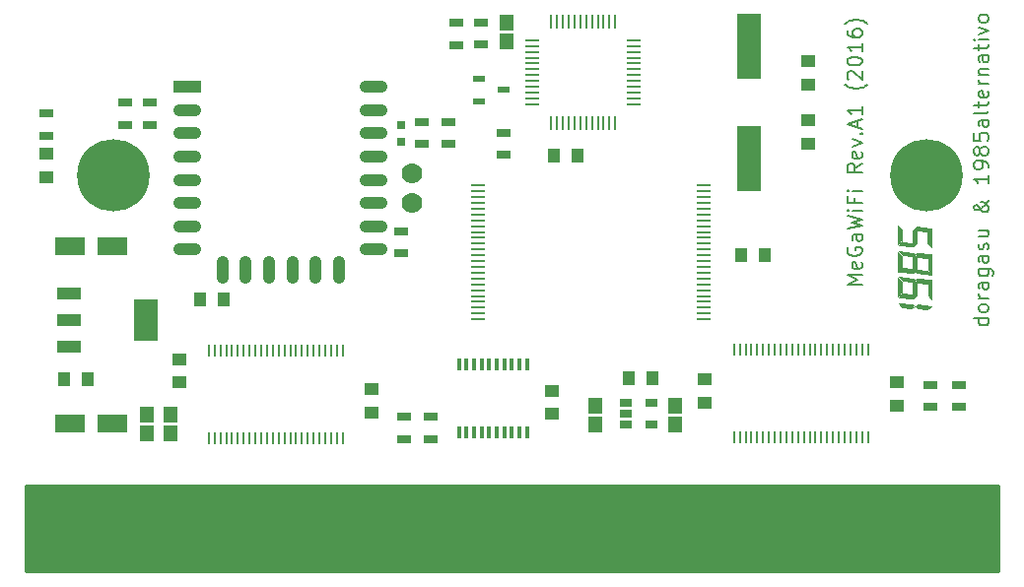
<source format=gbr>
G04 #@! TF.GenerationSoftware,KiCad,Pcbnew,(2017-02-04 revision 9a6e5734b)-master*
G04 #@! TF.CreationDate,2017-03-24T17:30:25+01:00*
G04 #@! TF.ProjectId,mega-wifi,6D6567612D776966692E6B696361645F,A1*
G04 #@! TF.FileFunction,Soldermask,Top*
G04 #@! TF.FilePolarity,Negative*
%FSLAX46Y46*%
G04 Gerber Fmt 4.6, Leading zero omitted, Abs format (unit mm)*
G04 Created by KiCad (PCBNEW (2017-02-04 revision 9a6e5734b)-master) date Fri Mar 24 17:30:25 2017*
%MOMM*%
%LPD*%
G01*
G04 APERTURE LIST*
%ADD10C,0.100000*%
%ADD11C,0.203200*%
%ADD12C,0.010000*%
%ADD13R,1.300000X0.700000*%
%ADD14R,1.250000X1.000000*%
%ADD15R,1.270000X0.279400*%
%ADD16R,1.000000X1.250000*%
%ADD17R,0.285000X1.000000*%
%ADD18R,0.400000X1.000000*%
%ADD19C,6.223000*%
%ADD20R,0.797560X0.797560*%
%ADD21R,1.000760X0.599440*%
%ADD22R,2.032000X3.657600*%
%ADD23R,2.032000X1.016000*%
%ADD24R,1.300000X0.250000*%
%ADD25R,0.250000X1.300000*%
%ADD26O,1.100000X2.400000*%
%ADD27R,2.400000X1.100000*%
%ADD28O,2.400000X1.100000*%
%ADD29R,2.100580X5.600700*%
%ADD30R,2.600960X1.600200*%
%ADD31R,1.778000X6.985000*%
%ADD32R,1.060000X0.650000*%
%ADD33R,1.250000X1.380000*%
%ADD34C,1.778000*%
%ADD35C,0.254000*%
G04 APERTURE END LIST*
D10*
D11*
X186959723Y-108416876D02*
X185689723Y-108416876D01*
X186899247Y-108416876D02*
X186959723Y-108537828D01*
X186959723Y-108779733D01*
X186899247Y-108900685D01*
X186838771Y-108961161D01*
X186717819Y-109021638D01*
X186354961Y-109021638D01*
X186234009Y-108961161D01*
X186173533Y-108900685D01*
X186113057Y-108779733D01*
X186113057Y-108537828D01*
X186173533Y-108416876D01*
X186959723Y-107630685D02*
X186899247Y-107751638D01*
X186838771Y-107812114D01*
X186717819Y-107872590D01*
X186354961Y-107872590D01*
X186234009Y-107812114D01*
X186173533Y-107751638D01*
X186113057Y-107630685D01*
X186113057Y-107449257D01*
X186173533Y-107328304D01*
X186234009Y-107267828D01*
X186354961Y-107207352D01*
X186717819Y-107207352D01*
X186838771Y-107267828D01*
X186899247Y-107328304D01*
X186959723Y-107449257D01*
X186959723Y-107630685D01*
X186959723Y-106663066D02*
X186113057Y-106663066D01*
X186354961Y-106663066D02*
X186234009Y-106602590D01*
X186173533Y-106542114D01*
X186113057Y-106421161D01*
X186113057Y-106300209D01*
X186959723Y-105332590D02*
X186294485Y-105332590D01*
X186173533Y-105393066D01*
X186113057Y-105514019D01*
X186113057Y-105755923D01*
X186173533Y-105876876D01*
X186899247Y-105332590D02*
X186959723Y-105453542D01*
X186959723Y-105755923D01*
X186899247Y-105876876D01*
X186778295Y-105937352D01*
X186657342Y-105937352D01*
X186536390Y-105876876D01*
X186475914Y-105755923D01*
X186475914Y-105453542D01*
X186415438Y-105332590D01*
X186113057Y-104183542D02*
X187141152Y-104183542D01*
X187262104Y-104244019D01*
X187322580Y-104304495D01*
X187383057Y-104425447D01*
X187383057Y-104606876D01*
X187322580Y-104727828D01*
X186899247Y-104183542D02*
X186959723Y-104304495D01*
X186959723Y-104546400D01*
X186899247Y-104667352D01*
X186838771Y-104727828D01*
X186717819Y-104788304D01*
X186354961Y-104788304D01*
X186234009Y-104727828D01*
X186173533Y-104667352D01*
X186113057Y-104546400D01*
X186113057Y-104304495D01*
X186173533Y-104183542D01*
X186959723Y-103034495D02*
X186294485Y-103034495D01*
X186173533Y-103094971D01*
X186113057Y-103215923D01*
X186113057Y-103457828D01*
X186173533Y-103578780D01*
X186899247Y-103034495D02*
X186959723Y-103155447D01*
X186959723Y-103457828D01*
X186899247Y-103578780D01*
X186778295Y-103639257D01*
X186657342Y-103639257D01*
X186536390Y-103578780D01*
X186475914Y-103457828D01*
X186475914Y-103155447D01*
X186415438Y-103034495D01*
X186899247Y-102490209D02*
X186959723Y-102369257D01*
X186959723Y-102127352D01*
X186899247Y-102006400D01*
X186778295Y-101945923D01*
X186717819Y-101945923D01*
X186596866Y-102006400D01*
X186536390Y-102127352D01*
X186536390Y-102308780D01*
X186475914Y-102429733D01*
X186354961Y-102490209D01*
X186294485Y-102490209D01*
X186173533Y-102429733D01*
X186113057Y-102308780D01*
X186113057Y-102127352D01*
X186173533Y-102006400D01*
X186113057Y-100857352D02*
X186959723Y-100857352D01*
X186113057Y-101401638D02*
X186778295Y-101401638D01*
X186899247Y-101341161D01*
X186959723Y-101220209D01*
X186959723Y-101038780D01*
X186899247Y-100917828D01*
X186838771Y-100857352D01*
X186959723Y-98256876D02*
X186959723Y-98317352D01*
X186899247Y-98438304D01*
X186717819Y-98619733D01*
X186354961Y-98922114D01*
X186173533Y-99043066D01*
X185992104Y-99103542D01*
X185871152Y-99103542D01*
X185750200Y-99043066D01*
X185689723Y-98922114D01*
X185689723Y-98861638D01*
X185750200Y-98740685D01*
X185871152Y-98680209D01*
X185931628Y-98680209D01*
X186052580Y-98740685D01*
X186113057Y-98801161D01*
X186354961Y-99164019D01*
X186415438Y-99224495D01*
X186536390Y-99284971D01*
X186717819Y-99284971D01*
X186838771Y-99224495D01*
X186899247Y-99164019D01*
X186959723Y-99043066D01*
X186959723Y-98861638D01*
X186899247Y-98740685D01*
X186838771Y-98680209D01*
X186596866Y-98498780D01*
X186415438Y-98438304D01*
X186294485Y-98438304D01*
X186959723Y-96079733D02*
X186959723Y-96805447D01*
X186959723Y-96442590D02*
X185689723Y-96442590D01*
X185871152Y-96563542D01*
X185992104Y-96684495D01*
X186052580Y-96805447D01*
X186959723Y-95474971D02*
X186959723Y-95233066D01*
X186899247Y-95112114D01*
X186838771Y-95051638D01*
X186657342Y-94930685D01*
X186415438Y-94870209D01*
X185931628Y-94870209D01*
X185810676Y-94930685D01*
X185750200Y-94991161D01*
X185689723Y-95112114D01*
X185689723Y-95354019D01*
X185750200Y-95474971D01*
X185810676Y-95535447D01*
X185931628Y-95595923D01*
X186234009Y-95595923D01*
X186354961Y-95535447D01*
X186415438Y-95474971D01*
X186475914Y-95354019D01*
X186475914Y-95112114D01*
X186415438Y-94991161D01*
X186354961Y-94930685D01*
X186234009Y-94870209D01*
X186234009Y-94144495D02*
X186173533Y-94265447D01*
X186113057Y-94325923D01*
X185992104Y-94386400D01*
X185931628Y-94386400D01*
X185810676Y-94325923D01*
X185750200Y-94265447D01*
X185689723Y-94144495D01*
X185689723Y-93902590D01*
X185750200Y-93781638D01*
X185810676Y-93721161D01*
X185931628Y-93660685D01*
X185992104Y-93660685D01*
X186113057Y-93721161D01*
X186173533Y-93781638D01*
X186234009Y-93902590D01*
X186234009Y-94144495D01*
X186294485Y-94265447D01*
X186354961Y-94325923D01*
X186475914Y-94386400D01*
X186717819Y-94386400D01*
X186838771Y-94325923D01*
X186899247Y-94265447D01*
X186959723Y-94144495D01*
X186959723Y-93902590D01*
X186899247Y-93781638D01*
X186838771Y-93721161D01*
X186717819Y-93660685D01*
X186475914Y-93660685D01*
X186354961Y-93721161D01*
X186294485Y-93781638D01*
X186234009Y-93902590D01*
X185689723Y-92511638D02*
X185689723Y-93116400D01*
X186294485Y-93176876D01*
X186234009Y-93116400D01*
X186173533Y-92995447D01*
X186173533Y-92693066D01*
X186234009Y-92572114D01*
X186294485Y-92511638D01*
X186415438Y-92451161D01*
X186717819Y-92451161D01*
X186838771Y-92511638D01*
X186899247Y-92572114D01*
X186959723Y-92693066D01*
X186959723Y-92995447D01*
X186899247Y-93116400D01*
X186838771Y-93176876D01*
X186959723Y-91362590D02*
X186294485Y-91362590D01*
X186173533Y-91423066D01*
X186113057Y-91544019D01*
X186113057Y-91785923D01*
X186173533Y-91906876D01*
X186899247Y-91362590D02*
X186959723Y-91483542D01*
X186959723Y-91785923D01*
X186899247Y-91906876D01*
X186778295Y-91967352D01*
X186657342Y-91967352D01*
X186536390Y-91906876D01*
X186475914Y-91785923D01*
X186475914Y-91483542D01*
X186415438Y-91362590D01*
X186959723Y-90576400D02*
X186899247Y-90697352D01*
X186778295Y-90757828D01*
X185689723Y-90757828D01*
X186113057Y-90274019D02*
X186113057Y-89790209D01*
X185689723Y-90092590D02*
X186778295Y-90092590D01*
X186899247Y-90032114D01*
X186959723Y-89911161D01*
X186959723Y-89790209D01*
X186899247Y-88883066D02*
X186959723Y-89004019D01*
X186959723Y-89245923D01*
X186899247Y-89366876D01*
X186778295Y-89427352D01*
X186294485Y-89427352D01*
X186173533Y-89366876D01*
X186113057Y-89245923D01*
X186113057Y-89004019D01*
X186173533Y-88883066D01*
X186294485Y-88822590D01*
X186415438Y-88822590D01*
X186536390Y-89427352D01*
X186959723Y-88278304D02*
X186113057Y-88278304D01*
X186354961Y-88278304D02*
X186234009Y-88217828D01*
X186173533Y-88157352D01*
X186113057Y-88036400D01*
X186113057Y-87915447D01*
X186113057Y-87492114D02*
X186959723Y-87492114D01*
X186234009Y-87492114D02*
X186173533Y-87431638D01*
X186113057Y-87310685D01*
X186113057Y-87129257D01*
X186173533Y-87008304D01*
X186294485Y-86947828D01*
X186959723Y-86947828D01*
X186959723Y-85798780D02*
X186294485Y-85798780D01*
X186173533Y-85859257D01*
X186113057Y-85980209D01*
X186113057Y-86222114D01*
X186173533Y-86343066D01*
X186899247Y-85798780D02*
X186959723Y-85919733D01*
X186959723Y-86222114D01*
X186899247Y-86343066D01*
X186778295Y-86403542D01*
X186657342Y-86403542D01*
X186536390Y-86343066D01*
X186475914Y-86222114D01*
X186475914Y-85919733D01*
X186415438Y-85798780D01*
X186113057Y-85375447D02*
X186113057Y-84891638D01*
X185689723Y-85194019D02*
X186778295Y-85194019D01*
X186899247Y-85133542D01*
X186959723Y-85012590D01*
X186959723Y-84891638D01*
X186959723Y-84468304D02*
X186113057Y-84468304D01*
X185689723Y-84468304D02*
X185750200Y-84528780D01*
X185810676Y-84468304D01*
X185750200Y-84407828D01*
X185689723Y-84468304D01*
X185810676Y-84468304D01*
X186113057Y-83984495D02*
X186959723Y-83682114D01*
X186113057Y-83379733D01*
X186959723Y-82714495D02*
X186899247Y-82835447D01*
X186838771Y-82895923D01*
X186717819Y-82956400D01*
X186354961Y-82956400D01*
X186234009Y-82895923D01*
X186173533Y-82835447D01*
X186113057Y-82714495D01*
X186113057Y-82533066D01*
X186173533Y-82412114D01*
X186234009Y-82351638D01*
X186354961Y-82291161D01*
X186717819Y-82291161D01*
X186838771Y-82351638D01*
X186899247Y-82412114D01*
X186959723Y-82533066D01*
X186959723Y-82714495D01*
X176088523Y-105532161D02*
X174818523Y-105532161D01*
X175725666Y-105108828D01*
X174818523Y-104685495D01*
X176088523Y-104685495D01*
X176028047Y-103596923D02*
X176088523Y-103717876D01*
X176088523Y-103959780D01*
X176028047Y-104080733D01*
X175907095Y-104141209D01*
X175423285Y-104141209D01*
X175302333Y-104080733D01*
X175241857Y-103959780D01*
X175241857Y-103717876D01*
X175302333Y-103596923D01*
X175423285Y-103536447D01*
X175544238Y-103536447D01*
X175665190Y-104141209D01*
X174879000Y-102326923D02*
X174818523Y-102447876D01*
X174818523Y-102629304D01*
X174879000Y-102810733D01*
X174999952Y-102931685D01*
X175120904Y-102992161D01*
X175362809Y-103052638D01*
X175544238Y-103052638D01*
X175786142Y-102992161D01*
X175907095Y-102931685D01*
X176028047Y-102810733D01*
X176088523Y-102629304D01*
X176088523Y-102508352D01*
X176028047Y-102326923D01*
X175967571Y-102266447D01*
X175544238Y-102266447D01*
X175544238Y-102508352D01*
X176088523Y-101177876D02*
X175423285Y-101177876D01*
X175302333Y-101238352D01*
X175241857Y-101359304D01*
X175241857Y-101601209D01*
X175302333Y-101722161D01*
X176028047Y-101177876D02*
X176088523Y-101298828D01*
X176088523Y-101601209D01*
X176028047Y-101722161D01*
X175907095Y-101782638D01*
X175786142Y-101782638D01*
X175665190Y-101722161D01*
X175604714Y-101601209D01*
X175604714Y-101298828D01*
X175544238Y-101177876D01*
X174818523Y-100694066D02*
X176088523Y-100391685D01*
X175181380Y-100149780D01*
X176088523Y-99907876D01*
X174818523Y-99605495D01*
X176088523Y-99121685D02*
X175241857Y-99121685D01*
X174818523Y-99121685D02*
X174879000Y-99182161D01*
X174939476Y-99121685D01*
X174879000Y-99061209D01*
X174818523Y-99121685D01*
X174939476Y-99121685D01*
X175423285Y-98093590D02*
X175423285Y-98516923D01*
X176088523Y-98516923D02*
X174818523Y-98516923D01*
X174818523Y-97912161D01*
X176088523Y-97428352D02*
X175241857Y-97428352D01*
X174818523Y-97428352D02*
X174879000Y-97488828D01*
X174939476Y-97428352D01*
X174879000Y-97367876D01*
X174818523Y-97428352D01*
X174939476Y-97428352D01*
X176088523Y-95130257D02*
X175483761Y-95553590D01*
X176088523Y-95855971D02*
X174818523Y-95855971D01*
X174818523Y-95372161D01*
X174879000Y-95251209D01*
X174939476Y-95190733D01*
X175060428Y-95130257D01*
X175241857Y-95130257D01*
X175362809Y-95190733D01*
X175423285Y-95251209D01*
X175483761Y-95372161D01*
X175483761Y-95855971D01*
X176028047Y-94102161D02*
X176088523Y-94223114D01*
X176088523Y-94465019D01*
X176028047Y-94585971D01*
X175907095Y-94646447D01*
X175423285Y-94646447D01*
X175302333Y-94585971D01*
X175241857Y-94465019D01*
X175241857Y-94223114D01*
X175302333Y-94102161D01*
X175423285Y-94041685D01*
X175544238Y-94041685D01*
X175665190Y-94646447D01*
X175241857Y-93618352D02*
X176088523Y-93315971D01*
X175241857Y-93013590D01*
X175967571Y-92529780D02*
X176028047Y-92469304D01*
X176088523Y-92529780D01*
X176028047Y-92590257D01*
X175967571Y-92529780D01*
X176088523Y-92529780D01*
X175725666Y-91985495D02*
X175725666Y-91380733D01*
X176088523Y-92106447D02*
X174818523Y-91683114D01*
X176088523Y-91259780D01*
X176088523Y-90171209D02*
X176088523Y-90896923D01*
X176088523Y-90534066D02*
X174818523Y-90534066D01*
X174999952Y-90655019D01*
X175120904Y-90775971D01*
X175181380Y-90896923D01*
X176572333Y-88296447D02*
X176511857Y-88356923D01*
X176330428Y-88477876D01*
X176209476Y-88538352D01*
X176028047Y-88598828D01*
X175725666Y-88659304D01*
X175483761Y-88659304D01*
X175181380Y-88598828D01*
X174999952Y-88538352D01*
X174879000Y-88477876D01*
X174697571Y-88356923D01*
X174637095Y-88296447D01*
X174939476Y-87873114D02*
X174879000Y-87812638D01*
X174818523Y-87691685D01*
X174818523Y-87389304D01*
X174879000Y-87268352D01*
X174939476Y-87207876D01*
X175060428Y-87147400D01*
X175181380Y-87147400D01*
X175362809Y-87207876D01*
X176088523Y-87933590D01*
X176088523Y-87147400D01*
X174818523Y-86361209D02*
X174818523Y-86240257D01*
X174879000Y-86119304D01*
X174939476Y-86058828D01*
X175060428Y-85998352D01*
X175302333Y-85937876D01*
X175604714Y-85937876D01*
X175846619Y-85998352D01*
X175967571Y-86058828D01*
X176028047Y-86119304D01*
X176088523Y-86240257D01*
X176088523Y-86361209D01*
X176028047Y-86482161D01*
X175967571Y-86542638D01*
X175846619Y-86603114D01*
X175604714Y-86663590D01*
X175302333Y-86663590D01*
X175060428Y-86603114D01*
X174939476Y-86542638D01*
X174879000Y-86482161D01*
X174818523Y-86361209D01*
X176088523Y-84728352D02*
X176088523Y-85454066D01*
X176088523Y-85091209D02*
X174818523Y-85091209D01*
X174999952Y-85212161D01*
X175120904Y-85333114D01*
X175181380Y-85454066D01*
X174818523Y-83639780D02*
X174818523Y-83881685D01*
X174879000Y-84002638D01*
X174939476Y-84063114D01*
X175120904Y-84184066D01*
X175362809Y-84244542D01*
X175846619Y-84244542D01*
X175967571Y-84184066D01*
X176028047Y-84123590D01*
X176088523Y-84002638D01*
X176088523Y-83760733D01*
X176028047Y-83639780D01*
X175967571Y-83579304D01*
X175846619Y-83518828D01*
X175544238Y-83518828D01*
X175423285Y-83579304D01*
X175362809Y-83639780D01*
X175302333Y-83760733D01*
X175302333Y-84002638D01*
X175362809Y-84123590D01*
X175423285Y-84184066D01*
X175544238Y-84244542D01*
X176572333Y-83095495D02*
X176511857Y-83035019D01*
X176330428Y-82914066D01*
X176209476Y-82853590D01*
X176028047Y-82793114D01*
X175725666Y-82732638D01*
X175483761Y-82732638D01*
X175181380Y-82793114D01*
X174999952Y-82853590D01*
X174879000Y-82914066D01*
X174697571Y-83035019D01*
X174637095Y-83095495D01*
D12*
G36*
X179569340Y-105214020D02*
X179259930Y-104869230D01*
X180472550Y-104979850D01*
X180587990Y-105104260D01*
X180393990Y-105288670D01*
X179569340Y-105214020D01*
X179569340Y-105214020D01*
G37*
X179569340Y-105214020D02*
X179259930Y-104869230D01*
X180472550Y-104979850D01*
X180587990Y-105104260D01*
X180393990Y-105288670D01*
X179569340Y-105214020D01*
G36*
X180385370Y-107517340D02*
X179537010Y-107442850D01*
X179217660Y-107094660D01*
X180466200Y-107204950D01*
X180584970Y-107333310D01*
X180385370Y-107517340D01*
X180385370Y-107517340D01*
G37*
X180385370Y-107517340D02*
X179537010Y-107442850D01*
X179217660Y-107094660D01*
X180466200Y-107204950D01*
X180584970Y-107333310D01*
X180385370Y-107517340D01*
G36*
X180826660Y-107236590D02*
X182070964Y-107345850D01*
X181751846Y-107632960D01*
X180903050Y-107562750D01*
X180703670Y-107346660D01*
X180826660Y-107236590D01*
X180826660Y-107236590D01*
G37*
X180826660Y-107236590D02*
X182070964Y-107345850D01*
X181751846Y-107632960D01*
X180903050Y-107562750D01*
X180703670Y-107346660D01*
X180826660Y-107236590D01*
G36*
X180805670Y-100548550D02*
X181997722Y-100658840D01*
X181692710Y-100941600D01*
X180878960Y-100870590D01*
X180687660Y-100654600D01*
X180805670Y-100548550D01*
X180805670Y-100548550D01*
G37*
X180805670Y-100548550D02*
X181997722Y-100658840D01*
X181692710Y-100941600D01*
X180878960Y-100870590D01*
X180687660Y-100654600D01*
X180805670Y-100548550D01*
G36*
X179211650Y-100415620D02*
X179517860Y-100755090D01*
X179517860Y-101786060D01*
X179211650Y-102074590D01*
X179211650Y-100415620D01*
X179211650Y-100415620D01*
G37*
X179211650Y-100415620D02*
X179517860Y-100755090D01*
X179517860Y-101786060D01*
X179211650Y-102074590D01*
X179211650Y-100415620D01*
G36*
X180471300Y-100844270D02*
X180630370Y-100700230D01*
X180789500Y-100873090D01*
X180789500Y-101947250D01*
X180630370Y-102083100D01*
X180471300Y-101918440D01*
X180471300Y-100844270D01*
X180471300Y-100844270D01*
G37*
X180471300Y-100844270D02*
X180630370Y-100700230D01*
X180789500Y-100873090D01*
X180789500Y-101947250D01*
X180630370Y-102083100D01*
X180471300Y-101918440D01*
X180471300Y-100844270D01*
G36*
X180468260Y-102248460D02*
X179250760Y-102138230D01*
X179561260Y-101851170D01*
X180389590Y-101922020D01*
X180584260Y-102138230D01*
X180468260Y-102248460D01*
X180468260Y-102248460D01*
G37*
X180468260Y-102248460D02*
X179250760Y-102138230D01*
X179561260Y-101851170D01*
X180389590Y-101922020D01*
X180584260Y-102138230D01*
X180468260Y-102248460D01*
G36*
X182065159Y-100706530D02*
X182065159Y-102299350D01*
X181746908Y-101969320D01*
X181746908Y-100979480D01*
X182065159Y-100706530D01*
X182065159Y-100706530D01*
G37*
X182065159Y-100706530D02*
X182065159Y-102299350D01*
X181746908Y-101969320D01*
X181746908Y-100979480D01*
X182065159Y-100706530D01*
G36*
X180811960Y-105006820D02*
X182031468Y-105115980D01*
X181719456Y-105398800D01*
X180886940Y-105328550D01*
X180691410Y-105112670D01*
X180811960Y-105006820D01*
X180811960Y-105006820D01*
G37*
X180811960Y-105006820D02*
X182031468Y-105115980D01*
X181719456Y-105398800D01*
X180886940Y-105328550D01*
X180691410Y-105112670D01*
X180811960Y-105006820D01*
G36*
X179206330Y-104923490D02*
X179515620Y-105252310D01*
X179515620Y-106251230D01*
X179206330Y-106530740D01*
X179206330Y-104923490D01*
X179206330Y-104923490D01*
G37*
X179206330Y-104923490D02*
X179515620Y-105252310D01*
X179515620Y-106251230D01*
X179206330Y-106530740D01*
X179206330Y-104923490D01*
G36*
X180477050Y-105299840D02*
X180631730Y-105155960D01*
X180786410Y-105328700D01*
X180786410Y-106403140D01*
X180631730Y-106538990D01*
X180477050Y-106374280D01*
X180477050Y-105299840D01*
X180477050Y-105299840D01*
G37*
X180477050Y-105299840D02*
X180631730Y-105155960D01*
X180786410Y-105328700D01*
X180786410Y-106403140D01*
X180631730Y-106538990D01*
X180477050Y-106374280D01*
X180477050Y-105299840D01*
G36*
X180472490Y-106699200D02*
X179259810Y-106589820D01*
X179569120Y-106304940D01*
X180394090Y-106375200D01*
X180587990Y-106589820D01*
X180472490Y-106699200D01*
X180472490Y-106699200D01*
G37*
X180472490Y-106699200D02*
X179259810Y-106589820D01*
X179569120Y-106304940D01*
X180394090Y-106375200D01*
X180587990Y-106589820D01*
X180472490Y-106699200D01*
G36*
X182075847Y-105174240D02*
X182075847Y-106821600D01*
X181779894Y-106480340D01*
X181779894Y-105456530D01*
X182075847Y-105174240D01*
X182075847Y-105174240D01*
G37*
X182075847Y-105174240D02*
X182075847Y-106821600D01*
X181779894Y-106480340D01*
X181779894Y-105456530D01*
X182075847Y-105174240D01*
G36*
X180406740Y-103089020D02*
X179571400Y-103014520D01*
X179258040Y-102671420D01*
X180486330Y-102780910D01*
X180603300Y-102905030D01*
X180406740Y-103089020D01*
X180406740Y-103089020D01*
G37*
X180406740Y-103089020D02*
X179571400Y-103014520D01*
X179258040Y-102671420D01*
X180486330Y-102780910D01*
X180603300Y-102905030D01*
X180406740Y-103089020D01*
G36*
X180811850Y-102809940D02*
X182036079Y-102919140D01*
X181722874Y-103202070D01*
X180887100Y-103131820D01*
X180690810Y-102915840D01*
X180811850Y-102809940D01*
X180811850Y-102809940D01*
G37*
X180811850Y-102809940D02*
X182036079Y-102919140D01*
X181722874Y-103202070D01*
X180887100Y-103131820D01*
X180690810Y-102915840D01*
X180811850Y-102809940D01*
G36*
X179208980Y-102718570D02*
X179522360Y-103057980D01*
X179522360Y-104089020D01*
X179208980Y-104377530D01*
X179208980Y-102718570D01*
X179208980Y-102718570D01*
G37*
X179208980Y-102718570D02*
X179522360Y-103057980D01*
X179522360Y-104089020D01*
X179208980Y-104377530D01*
X179208980Y-102718570D01*
G36*
X180477760Y-103091020D02*
X180634380Y-102942480D01*
X180791070Y-103120810D01*
X180791070Y-104232190D01*
X180634380Y-104369990D01*
X180477760Y-104200070D01*
X180477760Y-103091020D01*
X180477760Y-103091020D01*
G37*
X180477760Y-103091020D02*
X180634380Y-102942480D01*
X180791070Y-103120810D01*
X180791070Y-104232190D01*
X180634380Y-104369990D01*
X180477760Y-104200070D01*
X180477760Y-103091020D01*
G36*
X180488980Y-104502590D02*
X179260520Y-104393050D01*
X179573840Y-104105780D01*
X180409230Y-104180320D01*
X180605950Y-104393810D01*
X180488980Y-104502590D01*
X180488980Y-104502590D01*
X180488980Y-104502590D01*
G37*
X180488980Y-104502590D02*
X179260520Y-104393050D01*
X179573840Y-104105780D01*
X180409230Y-104180320D01*
X180605950Y-104393810D01*
X180488980Y-104502590D01*
X180488980Y-104502590D01*
G36*
X182075847Y-102953320D02*
X182075847Y-104619170D01*
X181762533Y-104271250D01*
X181762533Y-103238160D01*
X182075847Y-102953320D01*
X182075847Y-102953320D01*
G37*
X182075847Y-102953320D02*
X182075847Y-104619170D01*
X181762533Y-104271250D01*
X181762533Y-103238160D01*
X182075847Y-102953320D01*
G36*
X181725315Y-104295990D02*
X182038738Y-104643440D01*
X180814510Y-104534210D01*
X180693470Y-104407480D01*
X180889650Y-104225780D01*
X181725315Y-104295990D01*
X181725315Y-104295990D01*
G37*
X181725315Y-104295990D02*
X182038738Y-104643440D01*
X180814510Y-104534210D01*
X180693470Y-104407480D01*
X180889650Y-104225780D01*
X181725315Y-104295990D01*
D13*
X112776000Y-89855000D03*
X112776000Y-91755000D03*
X114935000Y-89855000D03*
X114935000Y-91755000D03*
X138303000Y-91518700D03*
X138303000Y-93418700D03*
D14*
X162560000Y-115681000D03*
X162560000Y-113681000D03*
D15*
X143105041Y-96988897D03*
X143105041Y-97488897D03*
X143105041Y-97988897D03*
X143105041Y-98488897D03*
X143105041Y-98988897D03*
X143105041Y-99488897D03*
X143105041Y-99988897D03*
X143105041Y-100488897D03*
X143105041Y-100988897D03*
X143105041Y-101488897D03*
X143105041Y-101988897D03*
X143105041Y-102488897D03*
X143105041Y-102988897D03*
X143105041Y-103488897D03*
X143105041Y-103988897D03*
X143105041Y-104488897D03*
X162536041Y-104488897D03*
X162536041Y-103988897D03*
X162536041Y-103488897D03*
X162536041Y-102988897D03*
X162536041Y-102488897D03*
X162536041Y-101988897D03*
X162536041Y-101488897D03*
X162536041Y-100988897D03*
X162536041Y-100488897D03*
X162536041Y-99988897D03*
X162536041Y-99488897D03*
X162536041Y-98988897D03*
X162536041Y-98488897D03*
X162536041Y-97988897D03*
X162536041Y-97488897D03*
X162536041Y-96988897D03*
X143105041Y-104988897D03*
X143105041Y-105488897D03*
X143105041Y-105988897D03*
X143105041Y-106488897D03*
X143105041Y-106988897D03*
X143105041Y-107488897D03*
X143105041Y-107988897D03*
X143105041Y-108488897D03*
X162536041Y-108488897D03*
X162536041Y-107988897D03*
X162536041Y-107488897D03*
X162536041Y-106988897D03*
X162536041Y-106488897D03*
X162536041Y-105988897D03*
X162536041Y-105488897D03*
X162536041Y-104988897D03*
D16*
X165725600Y-102946200D03*
X167725600Y-102946200D03*
D17*
X119980000Y-118685000D03*
X120480000Y-118685000D03*
X120980000Y-118685000D03*
X121480000Y-118685000D03*
X121980000Y-118685000D03*
X122480000Y-118685000D03*
X122980000Y-118685000D03*
X123480000Y-118685000D03*
X123980000Y-118685000D03*
X124480000Y-118685000D03*
X124980000Y-118685000D03*
X125480000Y-118685000D03*
X125980000Y-118685000D03*
X126480000Y-118685000D03*
X126980000Y-118685000D03*
X127480000Y-118685000D03*
X127980000Y-118685000D03*
X128480000Y-118685000D03*
X128980000Y-118685000D03*
X129480000Y-118685000D03*
X129980000Y-118685000D03*
X130480000Y-118685000D03*
X130980000Y-118685000D03*
X131480000Y-118685000D03*
X131480000Y-111185000D03*
X130980000Y-111185000D03*
X130480000Y-111185000D03*
X129980000Y-111185000D03*
X129480000Y-111185000D03*
X128980000Y-111185000D03*
X128480000Y-111185000D03*
X127980000Y-111185000D03*
X127480000Y-111185000D03*
X126980000Y-111185000D03*
X126480000Y-111185000D03*
X125980000Y-111185000D03*
X125480000Y-111185000D03*
X124980000Y-111185000D03*
X124480000Y-111185000D03*
X123980000Y-111185000D03*
X123480000Y-111185000D03*
X122980000Y-111185000D03*
X122480000Y-111185000D03*
X121980000Y-111185000D03*
X121480000Y-111185000D03*
X120980000Y-111185000D03*
X120480000Y-111185000D03*
X119980000Y-111185000D03*
D18*
X147312166Y-112372334D03*
X146662166Y-112372334D03*
X146012166Y-112372334D03*
X145362166Y-112372334D03*
X144712166Y-112372334D03*
X144062166Y-112372334D03*
X143412166Y-112372334D03*
X142762166Y-112372334D03*
X142112166Y-112372334D03*
X141462166Y-112372334D03*
X141462166Y-118172334D03*
X142112166Y-118172334D03*
X142762166Y-118172334D03*
X143412166Y-118172334D03*
X144062166Y-118172334D03*
X144712166Y-118172334D03*
X145362166Y-118172334D03*
X146012166Y-118172334D03*
X146662166Y-118172334D03*
X147312166Y-118172334D03*
D19*
X111760000Y-96139000D03*
D16*
X109585000Y-113665000D03*
X107585000Y-113665000D03*
D14*
X133959600Y-116493800D03*
X133959600Y-114493800D03*
X117475000Y-113935000D03*
X117475000Y-111935000D03*
X149440900Y-116624100D03*
X149440900Y-114624100D03*
X179070000Y-115935000D03*
X179070000Y-113935000D03*
D16*
X151647400Y-94437200D03*
X149647400Y-94437200D03*
D14*
X171492956Y-91408816D03*
X171492956Y-93408816D03*
X171492956Y-88328816D03*
X171492956Y-86328816D03*
D16*
X119253000Y-106807000D03*
X121253000Y-106807000D03*
D20*
X136525000Y-93268800D03*
X136525000Y-91770200D03*
D21*
X143230302Y-87837048D03*
X145343582Y-88789548D03*
X143230302Y-89742048D03*
D13*
X184413345Y-116012813D03*
X184413345Y-114112813D03*
X140589000Y-91506000D03*
X140589000Y-93406000D03*
X181974945Y-114112813D03*
X181974945Y-116012813D03*
X141224000Y-82997000D03*
X141224000Y-84897000D03*
X143398448Y-82969734D03*
X143398448Y-84869734D03*
X145338800Y-94371200D03*
X145338800Y-92471200D03*
X136525000Y-102804000D03*
X136525000Y-100904000D03*
D22*
X114554000Y-108585000D03*
D23*
X107950000Y-108585000D03*
X107950000Y-110871000D03*
X107950000Y-106299000D03*
D17*
X176600000Y-111125000D03*
X176100000Y-111125000D03*
X175600000Y-111125000D03*
X175100000Y-111125000D03*
X174600000Y-111125000D03*
X174100000Y-111125000D03*
X173600000Y-111125000D03*
X173100000Y-111125000D03*
X172600000Y-111125000D03*
X172100000Y-111125000D03*
X171600000Y-111125000D03*
X171100000Y-111125000D03*
X170600000Y-111125000D03*
X170100000Y-111125000D03*
X169600000Y-111125000D03*
X169100000Y-111125000D03*
X168600000Y-111125000D03*
X168100000Y-111125000D03*
X167600000Y-111125000D03*
X167100000Y-111125000D03*
X166600000Y-111125000D03*
X166100000Y-111125000D03*
X165600000Y-111125000D03*
X165100000Y-111125000D03*
X165100000Y-118625000D03*
X165600000Y-118625000D03*
X166100000Y-118625000D03*
X166600000Y-118625000D03*
X167100000Y-118625000D03*
X167600000Y-118625000D03*
X168100000Y-118625000D03*
X168600000Y-118625000D03*
X169100000Y-118625000D03*
X169600000Y-118625000D03*
X170100000Y-118625000D03*
X170600000Y-118625000D03*
X171100000Y-118625000D03*
X171600000Y-118625000D03*
X172100000Y-118625000D03*
X172600000Y-118625000D03*
X173100000Y-118625000D03*
X173600000Y-118625000D03*
X174100000Y-118625000D03*
X174600000Y-118625000D03*
X175100000Y-118625000D03*
X175600000Y-118625000D03*
X176100000Y-118625000D03*
X176600000Y-118625000D03*
D24*
X156496000Y-89999000D03*
X156496000Y-89499000D03*
X156496000Y-88999000D03*
X156496000Y-88499000D03*
X156496000Y-87999000D03*
X156496000Y-87499000D03*
X156496000Y-86999000D03*
X156496000Y-86499000D03*
X156496000Y-85999000D03*
X156496000Y-85499000D03*
X156496000Y-84999000D03*
X156496000Y-84499000D03*
D25*
X154896000Y-82899000D03*
X154396000Y-82899000D03*
X153896000Y-82899000D03*
X153396000Y-82899000D03*
X152896000Y-82899000D03*
X152396000Y-82899000D03*
X151896000Y-82899000D03*
X151396000Y-82899000D03*
X150896000Y-82899000D03*
X150396000Y-82899000D03*
X149896000Y-82899000D03*
X149396000Y-82899000D03*
D24*
X147796000Y-84499000D03*
X147796000Y-84999000D03*
X147796000Y-85499000D03*
X147796000Y-85999000D03*
X147796000Y-86499000D03*
X147796000Y-86999000D03*
X147796000Y-87499000D03*
X147796000Y-87999000D03*
X147796000Y-88499000D03*
X147796000Y-88999000D03*
X147796000Y-89499000D03*
X147796000Y-89999000D03*
D25*
X149396000Y-91599000D03*
X149896000Y-91599000D03*
X150396000Y-91599000D03*
X150896000Y-91599000D03*
X151396000Y-91599000D03*
X151896000Y-91599000D03*
X152396000Y-91599000D03*
X152896000Y-91599000D03*
X153396000Y-91599000D03*
X153896000Y-91599000D03*
X154396000Y-91599000D03*
X154896000Y-91599000D03*
D26*
X121150800Y-104256800D03*
X123150800Y-104256800D03*
X125150800Y-104256800D03*
X127150800Y-104256800D03*
X129150800Y-104256800D03*
X131150800Y-104256800D03*
D27*
X118160800Y-88506800D03*
D28*
X118160800Y-90506800D03*
X118160800Y-92506800D03*
X118160800Y-94506800D03*
X118160800Y-96506800D03*
X118160800Y-98506800D03*
X118160800Y-100506800D03*
X118160800Y-102506800D03*
X134160800Y-102506800D03*
X134160800Y-100506800D03*
X134160800Y-98506800D03*
X134160800Y-96506800D03*
X134160800Y-94506800D03*
X134160800Y-92506800D03*
X134160800Y-90506800D03*
X134160800Y-88506800D03*
D29*
X166412956Y-94717676D03*
X166412956Y-85019956D03*
D19*
X181610000Y-96139000D03*
D30*
X111655860Y-117475000D03*
X108054140Y-117475000D03*
X111655860Y-102235000D03*
X108054140Y-102235000D03*
D31*
X106680000Y-126238000D03*
X109220000Y-126238000D03*
X111760000Y-126238000D03*
X114300000Y-126238000D03*
X116840000Y-126238000D03*
X119380000Y-126238000D03*
X121920000Y-126238000D03*
X124460000Y-126238000D03*
X127000000Y-126238000D03*
X129540000Y-126238000D03*
X132080000Y-126238000D03*
X134620000Y-126238000D03*
X137160000Y-126238000D03*
X139700000Y-126238000D03*
X142240000Y-126238000D03*
X144780000Y-126238000D03*
X147320000Y-126238000D03*
X149860000Y-126238000D03*
X152400000Y-126238000D03*
X154940000Y-126238000D03*
X157480000Y-126238000D03*
X160020000Y-126238000D03*
X162560000Y-126238000D03*
X165100000Y-126238000D03*
X167640000Y-126238000D03*
X170180000Y-126238000D03*
X172720000Y-126238000D03*
X175260000Y-126238000D03*
X177800000Y-126238000D03*
X180340000Y-126238000D03*
X182880000Y-126238000D03*
X185420000Y-126238000D03*
D32*
X155829000Y-115661400D03*
X155829000Y-116611400D03*
X155829000Y-117561400D03*
X158029000Y-117561400D03*
X158029000Y-115661400D03*
D33*
X153162000Y-117523000D03*
X153162000Y-115903000D03*
X145557448Y-82982734D03*
X145557448Y-84602734D03*
D16*
X158099000Y-113563400D03*
X156099000Y-113563400D03*
D33*
X160020000Y-115928400D03*
X160020000Y-117548400D03*
D14*
X106045000Y-94250000D03*
X106045000Y-96250000D03*
D34*
X137414000Y-98501200D03*
X137414000Y-95961200D03*
D13*
X136753600Y-118780600D03*
X136753600Y-116880600D03*
X139039600Y-116880600D03*
X139039600Y-118780600D03*
X106045000Y-92705000D03*
X106045000Y-90805000D03*
D33*
X114681000Y-116665000D03*
X114681000Y-118285000D03*
X116713000Y-116665000D03*
X116713000Y-118285000D03*
D35*
G36*
X187833000Y-130175000D02*
X104267000Y-130175000D01*
X104267000Y-122783600D01*
X187833000Y-122783600D01*
X187833000Y-130175000D01*
X187833000Y-130175000D01*
G37*
X187833000Y-130175000D02*
X104267000Y-130175000D01*
X104267000Y-122783600D01*
X187833000Y-122783600D01*
X187833000Y-130175000D01*
M02*

</source>
